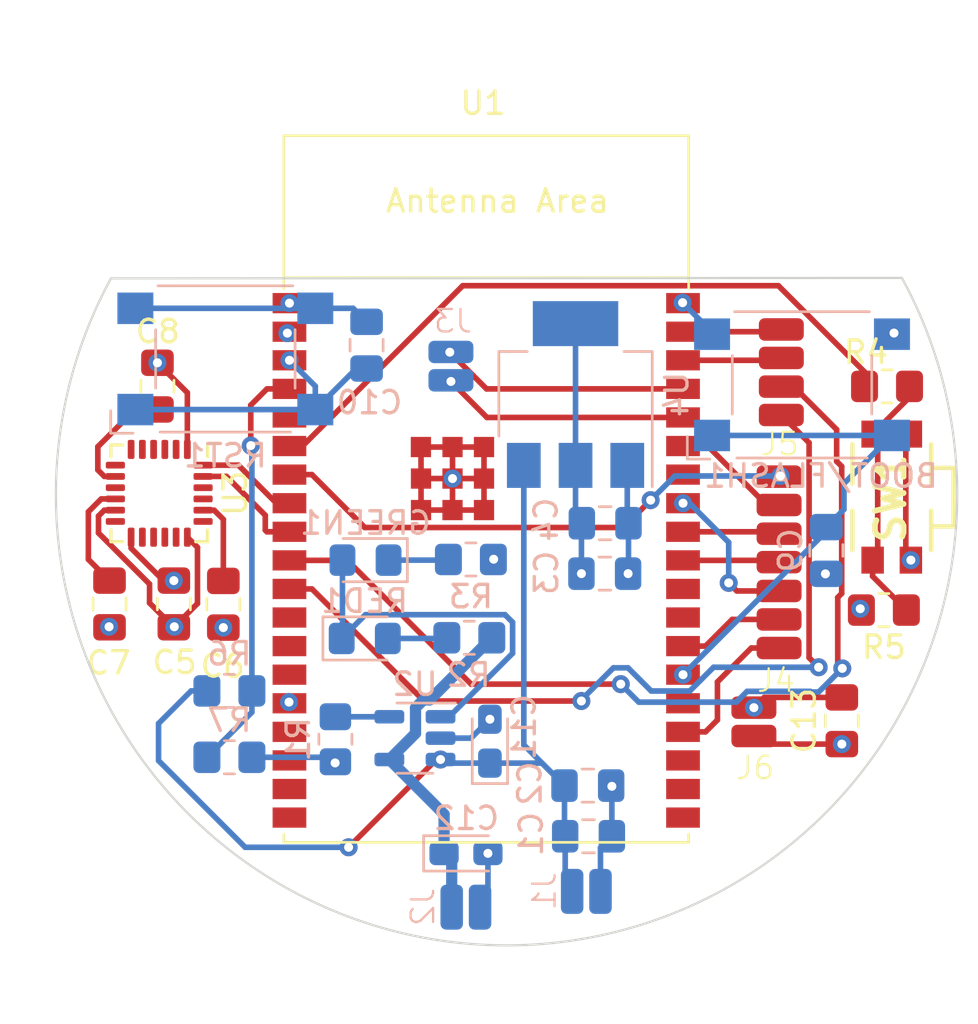
<source format=kicad_pcb>
(kicad_pcb (version 20221018) (generator pcbnew)
  (layers (0 "F.Cu" signal) (1 "In1.Cu" signal) (2 "In2.Cu" signal) (31 "B.Cu" signal) (34 "B.Paste" user) (35 "F.Paste" user) (36 "B.SilkS" user "B.Silkscreen") (37 "F.SilkS" user "F.Silkscreen") (38 "B.Mask" user) (39 "F.Mask" user) (44 "Edge.Cuts" user))
  (net 0 "")
  (net 1 "IO0")
  (net 2 "DC_GND")
  (net 3 "BAT_VDD")
  (net 4 "3V3")
  (net 5 "Net-(U3-CPOUT)")
  (net 6 "Net-(U3-REGOUT)")
  (net 7 "MPU_VLOGIC")
  (net 8 "EN")
  (net 9 "DC_5V_IN")
  (net 10 "Net-(GREEN1-K)")
  (net 11 "MCP_1")
  (net 12 "RX")
  (net 13 "TX")
  (net 14 "TOUCH_SCL")
  (net 15 "TOUCH_SDA")
  (net 16 "SCR_SCLK")
  (net 17 "SCR_MISO")
  (net 18 "SCR_MOSI")
  (net 19 "SCR_CS")
  (net 24 "SCR_DC")
  (net 25 "Net-(U2-PROG)")
  (net 26 "Net-(RED1-A)")
  (net 27 "BAT_MEASURE")
  (net 29 "BTN_INP")
  (net 30 "SCR_RST")
  (net 31 "MPU_SDA")
  (net 32 "MPU_SCL")
  (net 33 "TOUCH_RST")
  (net 34 "TOUCH_IRQ")
  (net 35 "SCR_BL")
  (net 41 "MPU_XDA")
  (net 42 "MPU_XCL")
  (net 43 "MPU_AD0")
  (net 44 "MPU_INT")
  (net 52 "Net-(R4-Pad1)")
  (footprint "Resistor_SMD:R_0805_2012Metric_Pad1.20x1.40mm_HandSolder" (layer "F.Cu") (at 62.44 37.67 180)
    (fp_text reference "R4" (at 0.94 1.52) (layer "F.SilkS"))
    (fp_text value "10KΩ")
    (pad "1" smd roundrect (at -1 0 180) (size 1.2 1.4) (layers "F.Cu" "F.Paste" "F.Mask") (roundrect_rratio 0.2083333333) (net 52 "Net-(R4-Pad1)"))
    (pad "2" smd roundrect (at 1 0 180) (size 1.2 1.4) (layers "F.Cu" "F.Paste" "F.Mask") (roundrect_rratio 0.2083333333) (net 29 "BTN_INP"))
  )
  (footprint "Connector_Wire_SMD:Wire_Pad_1x04" (layer "F.Cu") (at 57.74 37.04 90)
    (fp_text reference "J5" (at -3.19 -0.07 unlocked) (layer "F.SilkS") (effects (font (thickness 0.1))))
    (fp_text value "Touch")
    (pad "1" smd roundrect (at -1.9 0 90) (size 1 2) (layers "F.Cu" "F.Paste" "F.Mask") (net 33 "TOUCH_RST"))
    (pad "2" smd roundrect (at -0.64 0 90) (size 1 2) (layers "F.Cu" "F.Paste" "F.Mask") (net 34 "TOUCH_IRQ"))
    (pad "3" smd roundrect (at 0.635 0 90) (size 1 2) (layers "F.Cu" "F.Paste" "F.Mask") (net 14 "TOUCH_SCL"))
    (pad "4" smd roundrect (at 1.9 0 90) (size 1 2) (layers "F.Cu" "F.Paste" "F.Mask") (net 15 "TOUCH_SDA"))
  )
  (footprint "Capacitor_SMD:C_0805_2012Metric_Pad1.18x1.45mm_HandSolder" (layer "F.Cu") (at 60.43 52.5275 90)
    (fp_text reference "C13" (at 0 -1.68 90) (layer "F.SilkS"))
    (fp_text value "10nF")
    (pad "1" smd roundrect (at -1.0375 0 90) (size 1.175 1.45) (layers "F.Cu" "F.Paste" "F.Mask") (roundrect_rratio 0.2127659574) (net 2 "DC_GND"))
    (pad "2" smd roundrect (at 1.0375 0 90) (size 1.175 1.45) (layers "F.Cu" "F.Paste" "F.Mask") (roundrect_rratio 0.2127659574) (net 4 "3V3"))
  )
  (footprint "Sensor_Motion:InvenSense_QFN-24_4x4mm_P0.5mm" (layer "F.Cu") (at 30.08 42.42 -90)
    (fp_text reference "U3" (at 0 -3.375 90) (layer "F.SilkS"))
    (fp_text value "MPU-6050")
    (pad "1" smd roundrect (at -1.95 -1.25 270) (size 0.85 0.3) (layers "F.Cu" "F.Paste" "F.Mask") (net 2 "DC_GND"))
    (pad "2" smd roundrect (at -1.95 -0.75 270) (size 0.85 0.3) (layers "F.Cu" "F.Paste" "F.Mask"))
    (pad "3" smd roundrect (at -1.95 -0.25 270) (size 0.85 0.3) (layers "F.Cu" "F.Paste" "F.Mask"))
    (pad "4" smd roundrect (at -1.95 0.25 270) (size 0.85 0.3) (layers "F.Cu" "F.Paste" "F.Mask"))
    (pad "5" smd roundrect (at -1.95 0.75 270) (size 0.85 0.3) (layers "F.Cu" "F.Paste" "F.Mask"))
    (pad "6" smd roundrect (at -1.95 1.25 270) (size 0.85 0.3) (layers "F.Cu" "F.Paste" "F.Mask") (net 41 "MPU_XDA"))
    (pad "7" smd roundrect (at -1.25 1.95) (size 0.85 0.3) (layers "F.Cu" "F.Paste" "F.Mask") (net 42 "MPU_XCL"))
    (pad "8" smd roundrect (at -0.75 1.95) (size 0.85 0.3) (layers "F.Cu" "F.Paste" "F.Mask") (net 7 "MPU_VLOGIC"))
    (pad "9" smd roundrect (at -0.25 1.95) (size 0.85 0.3) (layers "F.Cu" "F.Paste" "F.Mask") (net 43 "MPU_AD0"))
    (pad "10" smd roundrect (at 0.25 1.95) (size 0.85 0.3) (layers "F.Cu" "F.Paste" "F.Mask") (net 6 "Net-(U3-REGOUT)"))
    (pad "11" smd roundrect (at 0.75 1.95) (size 0.85 0.3) (layers "F.Cu" "F.Paste" "F.Mask") (net 2 "DC_GND"))
    (pad "12" smd roundrect (at 1.25 1.95) (size 0.85 0.3) (layers "F.Cu" "F.Paste" "F.Mask") (net 44 "MPU_INT"))
    (pad "13" smd roundrect (at 1.95 1.25 270) (size 0.85 0.3) (layers "F.Cu" "F.Paste" "F.Mask") (net 4 "3V3"))
    (pad "14" smd roundrect (at 1.95 0.75 270) (size 0.85 0.3) (layers "F.Cu" "F.Paste" "F.Mask"))
    (pad "15" smd roundrect (at 1.95 0.25 270) (size 0.85 0.3) (layers "F.Cu" "F.Paste" "F.Mask"))
    (pad "16" smd roundrect (at 1.95 -0.25 270) (size 0.85 0.3) (layers "F.Cu" "F.Paste" "F.Mask"))
    (pad "17" smd roundrect (at 1.95 -0.75 270) (size 0.85 0.3) (layers "F.Cu" "F.Paste" "F.Mask"))
    (pad "18" smd roundrect (at 1.95 -1.25 270) (size 0.85 0.3) (layers "F.Cu" "F.Paste" "F.Mask") (net 2 "DC_GND"))
    (pad "19" smd roundrect (at 1.25 -1.95) (size 0.85 0.3) (layers "F.Cu" "F.Paste" "F.Mask"))
    (pad "20" smd roundrect (at 0.75 -1.95) (size 0.85 0.3) (layers "F.Cu" "F.Paste" "F.Mask") (net 5 "Net-(U3-CPOUT)"))
    (pad "21" smd roundrect (at 0.25 -1.95) (size 0.85 0.3) (layers "F.Cu" "F.Paste" "F.Mask"))
    (pad "22" smd roundrect (at -0.25 -1.95) (size 0.85 0.3) (layers "F.Cu" "F.Paste" "F.Mask"))
    (pad "23" smd roundrect (at -0.75 -1.95) (size 0.85 0.3) (layers "F.Cu" "F.Paste" "F.Mask") (net 32 "MPU_SCL"))
    (pad "24" smd roundrect (at -1.25 -1.95) (size 0.85 0.3) (layers "F.Cu" "F.Paste" "F.Mask") (net 31 "MPU_SDA"))
  )
  (footprint "Connector_Wire_SMD:Wire_Pad_1x02" (layer "F.Cu") (at 56.52 52.58 90)
    (fp_text reference "J6" (at -2.035 0.06 unlocked) (layer "F.SilkS") (effects (font (thickness 0.1))))
    (fp_text value "Power")
    (pad "1" smd roundrect (at -0.625 0 90) (size 1 2) (layers "F.Cu" "F.Paste" "F.Mask") (net 2 "DC_GND"))
    (pad "2" smd roundrect (at 0.635 0 90) (size 1 2) (layers "F.Cu" "F.Paste" "F.Mask") (net 4 "3V3"))
  )
  (footprint "Resistor_SMD:R_0805_2012Metric_Pad1.20x1.40mm_HandSolder" (layer "F.Cu") (at 62.3 47.61 180)
    (fp_text reference "R5" (at 0 -1.65) (layer "F.SilkS"))
    (fp_text value "10KΩ")
    (pad "1" smd roundrect (at -1 0 180) (size 1.2 1.4) (layers "F.Cu" "F.Paste" "F.Mask") (roundrect_rratio 0.2083333333) (net 52 "Net-(R4-Pad1)"))
    (pad "2" smd roundrect (at 1 0 180) (size 1.2 1.4) (layers "F.Cu" "F.Paste" "F.Mask") (roundrect_rratio 0.2083333333) (net 4 "3V3"))
  )
  (footprint "Capacitor_SMD:C_0805_2012Metric_Pad1.18x1.45mm_HandSolder" (layer "F.Cu") (at 32.93 47.35 -90)
    (fp_text reference "C6" (at 2.74 0.03) (layer "F.SilkS"))
    (fp_text value "2.2nF")
    (pad "1" smd roundrect (at -1.0375 0 270) (size 1.175 1.45) (layers "F.Cu" "F.Paste" "F.Mask") (roundrect_rratio 0.2127659574) (net 5 "Net-(U3-CPOUT)"))
    (pad "2" smd roundrect (at 1.0375 0 270) (size 1.175 1.45) (layers "F.Cu" "F.Paste" "F.Mask") (roundrect_rratio 0.2127659574) (net 2 "DC_GND"))
  )
  (footprint "Capacitor_SMD:C_0805_2012Metric_Pad1.18x1.45mm_HandSolder" (layer "F.Cu") (at 27.87 47.3375 -90)
    (fp_text reference "C7" (at 2.62 0.04 -180) (layer "F.SilkS"))
    (fp_text value "0.1uF")
    (pad "1" smd roundrect (at -1.0375 0 270) (size 1.175 1.45) (layers "F.Cu" "F.Paste" "F.Mask") (roundrect_rratio 0.2127659574) (net 6 "Net-(U3-REGOUT)"))
    (pad "2" smd roundrect (at 1.0375 0 270) (size 1.175 1.45) (layers "F.Cu" "F.Paste" "F.Mask") (roundrect_rratio 0.2127659574) (net 2 "DC_GND"))
  )
  (footprint "Espressif:ESP32-WROVER-E" (layer "F.Cu") (at 44.62 42.225)
    (fp_text reference "U1" (at -0.14 -17.145) (layer "F.SilkS"))
    (fp_text value "ESP32-WROVER-E")
    (fp_text user "Antenna Area" (at 0.5 -12.795 unlocked) (layer "F.SilkS"))
    (pad "1" smd rect (at -8.75 -8.255) (size 1.5 0.9) (layers "F.Cu" "F.Paste" "F.Mask") (net 2 "DC_GND"))
    (pad "2" smd rect (at -8.75 -6.985) (size 1.5 0.9) (layers "F.Cu" "F.Paste" "F.Mask") (net 4 "3V3"))
    (pad "3" smd rect (at -8.75 -5.715) (size 1.5 0.9) (layers "F.Cu" "F.Paste" "F.Mask") (net 8 "EN"))
    (pad "4" smd rect (at -8.75 -4.445) (size 1.5 0.9) (layers "F.Cu" "F.Paste" "F.Mask") (net 27 "BAT_MEASURE"))
    (pad "5" smd rect (at -8.75 -3.175) (size 1.5 0.9) (layers "F.Cu" "F.Paste" "F.Mask"))
    (pad "6" smd rect (at -8.75 -1.905) (size 1.5 0.9) (layers "F.Cu" "F.Paste" "F.Mask") (net 29 "BTN_INP"))
    (pad "7" smd rect (at -8.75 -0.635) (size 1.5 0.9) (layers "F.Cu" "F.Paste" "F.Mask") (net 17 "SCR_MISO"))
    (pad "8" smd rect (at -8.75 0.635) (size 1.5 0.9) (layers "F.Cu" "F.Paste" "F.Mask") (net 31 "MPU_SDA"))
    (pad "9" smd rect (at -8.75 1.905) (size 1.5 0.9) (layers "F.Cu" "F.Paste" "F.Mask") (net 32 "MPU_SCL"))
    (pad "10" smd rect (at -8.75 3.175) (size 1.5 0.9) (layers "F.Cu" "F.Paste" "F.Mask") (net 34 "TOUCH_IRQ"))
    (pad "11" smd rect (at -8.75 4.445) (size 1.5 0.9) (layers "F.Cu" "F.Paste" "F.Mask") (net 33 "TOUCH_RST"))
    (pad "12" smd rect (at -8.75 5.715) (size 1.5 0.9) (layers "F.Cu" "F.Paste" "F.Mask"))
    (pad "13" smd rect (at -8.75 6.985) (size 1.5 0.9) (layers "F.Cu" "F.Paste" "F.Mask"))
    (pad "14" smd rect (at -8.75 8.255) (size 1.5 0.9) (layers "F.Cu" "F.Paste" "F.Mask"))
    (pad "15" smd rect (at -8.75 9.525) (size 1.5 0.9) (layers "F.Cu" "F.Paste" "F.Mask") (net 2 "DC_GND"))
    (pad "16" smd rect (at -8.75 10.795) (size 1.5 0.9) (layers "F.Cu" "F.Paste" "F.Mask"))
    (pad "17" smd rect (at -8.75 12.065) (size 1.5 0.9) (layers "F.Cu" "F.Paste" "F.Mask"))
    (pad "18" smd rect (at -8.75 13.335) (size 1.5 0.9) (layers "F.Cu" "F.Paste" "F.Mask"))
    (pad "19" smd rect (at -8.75 14.605) (size 1.5 0.9) (layers "F.Cu" "F.Paste" "F.Mask"))
    (pad "20" smd rect (at 8.75 14.605) (size 1.5 0.9) (layers "F.Cu" "F.Paste" "F.Mask"))
    (pad "21" smd rect (at 8.75 13.335) (size 1.5 0.9) (layers "F.Cu" "F.Paste" "F.Mask"))
    (pad "22" smd rect (at 8.75 12.065) (size 1.5 0.9) (layers "F.Cu" "F.Paste" "F.Mask"))
    (pad "23" smd rect (at 8.75 10.795) (size 1.5 0.9) (layers "F.Cu" "F.Paste" "F.Mask") (net 35 "SCR_BL"))
    (pad "24" smd rect (at 8.75 9.525) (size 1.5 0.9) (layers "F.Cu" "F.Paste" "F.Mask"))
    (pad "25" smd rect (at 8.75 8.255) (size 1.5 0.9) (layers "F.Cu" "F.Paste" "F.Mask") (net 1 "IO0"))
    (pad "26" smd rect (at 8.75 6.985) (size 1.5 0.9) (layers "F.Cu" "F.Paste" "F.Mask") (net 30 "SCR_RST"))
    (pad "27" smd rect (at 8.75 5.715) (size 1.5 0.9) (layers "F.Cu" "F.Paste" "F.Mask"))
    (pad "28" smd rect (at 8.75 4.445) (size 1.5 0.9) (layers "F.Cu" "F.Paste" "F.Mask"))
    (pad "29" smd rect (at 8.75 3.175) (size 1.5 0.9) (layers "F.Cu" "F.Paste" "F.Mask") (net 19 "SCR_CS"))
    (pad "30" smd rect (at 8.75 1.905) (size 1.5 0.9) (layers "F.Cu" "F.Paste" "F.Mask") (net 16 "SCR_SCLK"))
    (pad "31" smd rect (at 8.75 0.635) (size 1.5 0.9) (layers "F.Cu" "F.Paste" "F.Mask") (net 24 "SCR_DC"))
    (pad "32" smd rect (at 8.75 -0.635) (size 1.5 0.9) (layers "F.Cu" "F.Paste" "F.Mask"))
    (pad "33" smd rect (at 8.75 -1.905) (size 1.5 0.9) (layers "F.Cu" "F.Paste" "F.Mask") (net 18 "SCR_MOSI"))
    (pad "34" smd rect (at 8.75 -3.175) (size 1.5 0.9) (layers "F.Cu" "F.Paste" "F.Mask") (net 12 "RX"))
    (pad "35" smd rect (at 8.75 -4.445) (size 1.5 0.9) (layers "F.Cu" "F.Paste" "F.Mask") (net 13 "TX"))
    (pad "36" smd rect (at 8.75 -5.715) (size 1.5 0.9) (layers "F.Cu" "F.Paste" "F.Mask") (net 14 "TOUCH_SCL"))
    (pad "37" smd rect (at 8.75 -6.985) (size 1.5 0.9) (layers "F.Cu" "F.Paste" "F.Mask") (net 15 "TOUCH_SDA"))
    (pad "38" smd rect (at 8.75 -8.255) (size 1.5 0.9) (layers "F.Cu" "F.Paste" "F.Mask") (net 2 "DC_GND"))
    (pad "39" smd rect (at -2.905 -1.86) (size 0.9 0.9) (layers "F.Cu" "F.Paste" "F.Mask") (net 2 "DC_GND"))
    (pad "39" smd rect (at -2.9 -0.46) (size 0.9 0.9) (layers "F.Cu" "F.Paste" "F.Mask") (net 2 "DC_GND"))
    (pad "39" smd rect (at -2.9 0.94) (size 0.9 0.9) (layers "F.Cu" "F.Paste" "F.Mask") (net 2 "DC_GND"))
    (pad "39" smd rect (at -1.5 -1.86) (size 0.9 0.9) (layers "F.Cu" "F.Paste" "F.Mask") (net 2 "DC_GND"))
    (pad "39" smd rect (at -1.5 -0.46) (size 0.9 0.9) (layers "F.Cu" "F.Paste" "F.Mask") (net 2 "DC_GND"))
    (pad "39" smd rect (at -1.5 0.94) (size 0.9 0.9) (layers "F.Cu" "F.Paste" "F.Mask") (net 2 "DC_GND"))
    (pad "39" smd rect (at -0.1 -1.86) (size 0.9 0.9) (layers "F.Cu" "F.Paste" "F.Mask") (net 2 "DC_GND"))
    (pad "39" smd rect (at -0.1 -0.46) (size 0.9 0.9) (layers "F.Cu" "F.Paste" "F.Mask") (net 2 "DC_GND"))
    (pad "39" smd rect (at -0.1 0.94) (size 0.9 0.9) (layers "F.Cu" "F.Paste" "F.Mask") (net 2 "DC_GND"))
  )
  (footprint "Capacitor_SMD:C_0805_2012Metric_Pad1.18x1.45mm_HandSolder" (layer "F.Cu") (at 30 37.6575 90)
    (fp_text reference "C8" (at 2.4275 0.01) (layer "F.SilkS"))
    (fp_text value "10nF")
    (pad "1" smd roundrect (at -1.0375 0 90) (size 1.175 1.45) (layers "F.Cu" "F.Paste" "F.Mask") (roundrect_rratio 0.2127659574) (net 7 "MPU_VLOGIC"))
    (pad "2" smd roundrect (at 1.0375 0 90) (size 1.175 1.45) (layers "F.Cu" "F.Paste" "F.Mask") (roundrect_rratio 0.2127659574) (net 2 "DC_GND"))
  )
  (footprint "Side_Button:Wurth_Elektronik_436331045822" (layer "F.Cu") (at 63.15 42.59 90)
    (fp_text reference "SW1" (at -0.06 -0.55 90) (layer "F.SilkS") (effects (font (size 1.27 1.27) (thickness 0.254))))
    (fp_text value "SW_Push" hide)
    (pad "" np_thru_hole circle (at 0 -1.875 90) (size 0.75 0.75) (drill 0.75) (layers "*.Cu" "*.Mask"))
    (pad "" np_thru_hole circle (at 0 0.875 90) (size 0.75 0.75) (drill 0.75) (layers "*.Cu" "*.Mask"))
    (pad "1" smd rect (at -2.8 -1.35 180) (size 1 1.2) (layers "F.Cu" "F.Paste" "F.Mask") (net 52 "Net-(R4-Pad1)"))
    (pad "1" smd rect (at 2.8 -1.35 180) (size 1 1.2) (layers "F.Cu" "F.Paste" "F.Mask") (net 52 "Net-(R4-Pad1)"))
    (pad "2" smd rect (at -2.8 0.35 180) (size 1 1.2) (layers "F.Cu" "F.Paste" "F.Mask") (net 2 "DC_GND"))
    (pad "2" smd rect (at 2.8 0.35 180) (size 1 1.2) (layers "F.Cu" "F.Paste" "F.Mask") (net 2 "DC_GND"))
  )
  (footprint "Connector_Wire_SMD:Wire_Pad_1x07" (layer "F.Cu") (at 57.64 45.49 -90)
    (fp_text reference "J4" (at 5.25 0.13 unlocked) (layer "F.SilkS") (effects (font (thickness 0.1))))
    (fp_text value "Screen")
    (pad "1" smd roundrect (at -3.81 0 270) (size 1 2) (layers "F.Cu" "F.Paste" "F.Mask") (net 17 "SCR_MISO"))
    (pad "2" smd roundrect (at -2.55 0 270) (size 1 2) (layers "F.Cu" "F.Paste" "F.Mask") (net 18 "SCR_MOSI"))
    (pad "3" smd roundrect (at -1.275 0 270) (size 1 2) (layers "F.Cu" "F.Paste" "F.Mask") (net 16 "SCR_SCLK"))
    (pad "4" smd roundrect (at -0.01 0 270) (size 1 2) (layers "F.Cu" "F.Paste" "F.Mask") (net 19 "SCR_CS"))
    (pad "5" smd roundrect (at 1.27 0 270) (size 1 2) (layers "F.Cu" "F.Paste" "F.Mask") (net 24 "SCR_DC"))
    (pad "6" smd roundrect (at 2.535 0 270) (size 1 2) (layers "F.Cu" "F.Paste" "F.Mask") (net 30 "SCR_RST"))
    (pad "7" smd roundrect (at 3.805 0 270) (size 1 2) (layers "F.Cu" "F.Paste" "F.Mask") (net 35 "SCR_BL"))
  )
  (footprint "Capacitor_SMD:C_0805_2012Metric_Pad1.18x1.45mm_HandSolder" (layer "F.Cu") (at 30.73 47.3375 -90)
    (fp_text reference "C5" (at 2.5925 -0.03 -180) (layer "F.SilkS"))
    (fp_text value "0.1uF")
    (pad "1" smd roundrect (at -1.0375 0 270) (size 1.175 1.45) (layers "F.Cu" "F.Paste" "F.Mask") (roundrect_rratio 0.2127659574) (net 4 "3V3"))
    (pad "2" smd roundrect (at 1.0375 0 270) (size 1.175 1.45) (layers "F.Cu" "F.Paste" "F.Mask") (roundrect_rratio 0.2127659574) (net 2 "DC_GND"))
  )
  (footprint "Package_TO_SOT_SMD:SOT-223-3_TabPin2" (layer "B.Cu") (at 48.59 38.03 90)
    (fp_text reference "U4" (at 0 4.5 90) (layer "B.SilkS") (effects (justify mirror)))
    (fp_text value "TLV1117-33")
    (pad "1" smd rect (at -3.15 2.3 90) (size 2 1.5) (layers "B.Cu" "B.Paste" "B.Mask") (net 2 "DC_GND"))
    (pad "2" smd rect (at -3.15 0 90) (size 2 1.5) (layers "B.Cu" "B.Paste" "B.Mask") (net 4 "3V3"))
    (pad "2" smd rect (at 3.15 0 90) (size 2 3.8) (layers "B.Cu" "B.Paste" "B.Mask") (net 4 "3V3"))
    (pad "3" smd rect (at -3.15 -2.3 90) (size 2 1.5) (layers "B.Cu" "B.Paste" "B.Mask") (net 3 "BAT_VDD"))
  )
  (footprint "Resistor_SMD:R_0805_2012Metric_Pad1.20x1.40mm_HandSolder" (layer "B.Cu") (at 37.9125 53.35 -90)
    (fp_text reference "R1" (at 0 1.65 90) (layer "B.SilkS") (effects (justify mirror)))
    (fp_text value "2.2KΩ")
    (pad "1" smd roundrect (at -1 0 270) (size 1.2 1.4) (layers "B.Cu" "B.Paste" "B.Mask") (roundrect_rratio 0.2083333333) (net 25 "Net-(U2-PROG)"))
    (pad "2" smd roundrect (at 1 0 270) (size 1.2 1.4) (layers "B.Cu" "B.Paste" "B.Mask") (roundrect_rratio 0.2083333333) (net 2 "DC_GND"))
  )
  (footprint "Resistor_SMD:R_0805_2012Metric_Pad1.20x1.40mm_HandSolder" (layer "B.Cu") (at 43.9375 45.36)
    (fp_text reference "R3" (at 0 1.65) (layer "B.SilkS") (effects (justify mirror)))
    (fp_text value "470Ω")
    (pad "1" smd roundrect (at -1 0) (size 1.2 1.4) (layers "B.Cu" "B.Paste" "B.Mask") (roundrect_rratio 0.2083333333) (net 10 "Net-(GREEN1-K)"))
    (pad "2" smd roundrect (at 1 0) (size 1.2 1.4) (layers "B.Cu" "B.Paste" "B.Mask") (roundrect_rratio 0.2083333333) (net 2 "DC_GND"))
  )
  (footprint "Package_TO_SOT_SMD:SOT-23-5" (layer "B.Cu") (at 41.45 53.3 180)
    (fp_text reference "U2" (at 0 2.4) (layer "B.SilkS") (effects (justify mirror)))
    (fp_text value "MCP73831-5-OT")
    (pad "1" smd roundrect (at -1.1375 0.95 180) (size 1.325 0.6) (layers "B.Cu" "B.Paste" "B.Mask") (net 11 "MCP_1"))
    (pad "2" smd roundrect (at -1.1375 0 180) (size 1.325 0.6) (layers "B.Cu" "B.Paste" "B.Mask") (net 2 "DC_GND"))
    (pad "3" smd roundrect (at -1.1375 -0.95 180) (size 1.325 0.6) (layers "B.Cu" "B.Paste" "B.Mask") (net 3 "BAT_VDD"))
    (pad "4" smd roundrect (at 1.1375 -0.95 180) (size 1.325 0.6) (layers "B.Cu" "B.Paste" "B.Mask") (net 9 "DC_5V_IN"))
    (pad "5" smd roundrect (at 1.1375 0.95 180) (size 1.325 0.6) (layers "B.Cu" "B.Paste" "B.Mask") (net 25 "Net-(U2-PROG)"))
  )
  (footprint "Button_Switch_SMD:SW_SPST_Omron_B3FS-100xP" (layer "B.Cu") (at 58.66 37.6)
    (fp_text reference "BOOT/FLASH1" (at 0.84 4.05) (layer "B.SilkS") (effects (justify mirror)))
    (fp_text value "BOOT/FLASH")
    (pad "1" smd rect (at -4 2.25 180) (size 1.6 1.4) (layers "B.Cu" "B.Paste" "B.Mask") (net 1 "IO0"))
    (pad "1" smd rect (at 4 2.25 180) (size 1.6 1.4) (layers "B.Cu" "B.Paste" "B.Mask") (net 1 "IO0"))
    (pad "2" smd rect (at -4 -2.25 180) (size 1.6 1.4) (layers "B.Cu" "B.Paste" "B.Mask") (net 2 "DC_GND"))
    (pad "2" smd rect (at 4 -2.25 180) (size 1.6 1.4) (layers "B.Cu" "B.Paste" "B.Mask") (net 2 "DC_GND"))
  )
  (footprint "Resistor_SMD:R_0805_2012Metric_Pad1.20x1.40mm_HandSolder" (layer "B.Cu") (at 33.2 51.2 180)
    (fp_text reference "R6" (at 0 1.65) (layer "B.SilkS") (effects (justify mirror)))
    (fp_text value "10KΩ")
    (pad "1" smd roundrect (at -1 0 180) (size 1.2 1.4) (layers "B.Cu" "B.Paste" "B.Mask") (roundrect_rratio 0.2083333333) (net 27 "BAT_MEASURE"))
    (pad "2" smd roundrect (at 1 0 180) (size 1.2 1.4) (layers "B.Cu" "B.Paste" "B.Mask") (roundrect_rratio 0.2083333333) (net 3 "BAT_VDD"))
  )
  (footprint "Capacitor_Tantalum_SMD:CP_EIA-2012-12_Kemet-R_Pad1.30x1.05mm_HandSolder" (layer "B.Cu") (at 44.7825 53.435 90)
    (fp_text reference "C11" (at 0.635 1.5175 90) (layer "B.SilkS") (effects (justify mirror)))
    (fp_text value "Polarized_10uF")
    (pad "1" smd roundrect (at -0.975 0 90) (size 1.3 1.05) (layers "B.Cu" "B.Paste" "B.Mask") (roundrect_rratio 0.2380952381) (net 3 "BAT_VDD"))
    (pad "2" smd roundrect (at 0.975 0 90) (size 1.3 1.05) (layers "B.Cu" "B.Paste" "B.Mask") (roundrect_rratio 0.2380952381) (net 2 "DC_GND"))
  )
  (footprint "Capacitor_SMD:C_0805_2012Metric_Pad1.18x1.45mm_HandSolder" (layer "B.Cu") (at 49.1675 57.66 180)
    (fp_text reference "C1" (at 2.55 0.1 90) (layer "B.SilkS") (effects (justify mirror)))
    (fp_text value "10nF")
    (pad "1" smd roundrect (at -1.0375 0 180) (size 1.175 1.45) (layers "B.Cu" "B.Paste" "B.Mask") (roundrect_rratio 0.2127659574) (net 2 "DC_GND"))
    (pad "2" smd roundrect (at 1.0375 0 180) (size 1.175 1.45) (layers "B.Cu" "B.Paste" "B.Mask") (roundrect_rratio 0.2127659574) (net 3 "BAT_VDD"))
  )
  (footprint "Resistor_SMD:R_0805_2012Metric_Pad1.20x1.40mm_HandSolder" (layer "B.Cu") (at 33.2 54.15 180)
    (fp_text reference "R7" (at 0 1.65) (layer "B.SilkS") (effects (justify mirror)))
    (fp_text value "10KΩ")
    (pad "1" smd roundrect (at -1 0 180) (size 1.2 1.4) (layers "B.Cu" "B.Paste" "B.Mask") (roundrect_rratio 0.2083333333) (net 2 "DC_GND"))
    (pad "2" smd roundrect (at 1 0 180) (size 1.2 1.4) (layers "B.Cu" "B.Paste" "B.Mask") (roundrect_rratio 0.2083333333) (net 27 "BAT_MEASURE"))
  )
  (footprint "Connector_Wire_SMD:Wire_Pad_1x02" (layer "B.Cu") (at 43.05 36.775 90)
    (fp_text reference "J3" (at 2.005 0.09 unlocked) (layer "B.SilkS") (effects (font (thickness 0.1)) (justify mirror)))
    (fp_text value "PROG_INT")
    (pad "1" smd roundrect (at -0.625 0 90) (size 1 2) (layers "B.Cu" "B.Paste" "B.Mask") (net 12 "RX"))
    (pad "2" smd roundrect (at 0.635 0 90) (size 1 2) (layers "B.Cu" "B.Paste" "B.Mask") (net 13 "TX"))
  )
  (footprint "Capacitor_SMD:C_0805_2012Metric_Pad1.18x1.45mm_HandSolder" (layer "B.Cu") (at 39.3 35.8375 -90)
    (fp_text reference "C10" (at 2.55 -0.13) (layer "B.SilkS") (effects (justify mirror)))
    (fp_text value "100nF")
    (pad "1" smd roundrect (at -1.0375 0 270) (size 1.175 1.45) (layers "B.Cu" "B.Paste" "B.Mask") (roundrect_rratio 0.2127659574) (net 2 "DC_GND"))
    (pad "2" smd roundrect (at 1.0375 0 270) (size 1.175 1.45) (layers "B.Cu" "B.Paste" "B.Mask") (roundrect_rratio 0.2127659574) (net 8 "EN"))
  )
  (footprint "Capacitor_SMD:C_0805_2012Metric_Pad1.18x1.45mm_HandSolder" (layer "B.Cu") (at 49.89 45.99 180)
    (fp_text reference "C3" (at 2.59 0.04 90) (layer "B.SilkS") (effects (justify mirror)))
    (fp_text value "100nF")
    (pad "1" smd roundrect (at -1.0375 0 180) (size 1.175 1.45) (layers "B.Cu" "B.Paste" "B.Mask") (roundrect_rratio 0.2127659574) (net 2 "DC_GND"))
    (pad "2" smd roundrect (at 1.0375 0 180) (size 1.175 1.45) (layers "B.Cu" "B.Paste" "B.Mask") (roundrect_rratio 0.2127659574) (net 4 "3V3"))
  )
  (footprint "LED_SMD:LED_0805_2012Metric_Pad1.15x1.40mm_HandSolder" (layer "B.Cu") (at 39.2525 45.39 180)
    (fp_text reference "GREEN1" (at 0 1.65) (layer "B.SilkS") (effects (justify mirror)))
    (fp_text value "CHARGED")
    (pad "1" smd roundrect (at -1.025 0 180) (size 1.15 1.4) (layers "B.Cu" "B.Paste" "B.Mask") (roundrect_rratio 0.2173913043) (net 10 "Net-(GREEN1-K)"))
    (pad "2" smd roundrect (at 1.025 0 180) (size 1.15 1.4) (layers "B.Cu" "B.Paste" "B.Mask") (roundrect_rratio 0.2173913043) (net 11 "MCP_1"))
  )
  (footprint "Button_Switch_SMD:SW_SPST_Omron_B3FS-100xP" (layer "B.Cu") (at 33.02 36.45)
    (fp_text reference "RST1" (at 0 4.3) (layer "B.SilkS") (effects (justify mirror)))
    (fp_text value "RST")
    (pad "1" smd rect (at -4 2.25 180) (size 1.6 1.4) (layers "B.Cu" "B.Paste" "B.Mask") (net 8 "EN"))
    (pad "1" smd rect (at 4 2.25 180) (size 1.6 1.4) (layers "B.Cu" "B.Paste" "B.Mask") (net 8 "EN"))
    (pad "2" smd rect (at -4 -2.25 180) (size 1.6 1.4) (layers "B.Cu" "B.Paste" "B.Mask") (net 2 "DC_GND"))
    (pad "2" smd rect (at 4 -2.25 180) (size 1.6 1.4) (layers "B.Cu" "B.Paste" "B.Mask") (net 2 "DC_GND"))
  )
  (footprint "Capacitor_SMD:C_0805_2012Metric_Pad1.18x1.45mm_HandSolder" (layer "B.Cu") (at 49.9075 43.75 180)
    (fp_text reference "C4" (at 2.63 0.16 90) (layer "B.SilkS") (effects (justify mirror)))
    (fp_text value "10nF")
    (pad "1" smd roundrect (at -1.0375 0 180) (size 1.175 1.45) (layers "B.Cu" "B.Paste" "B.Mask") (roundrect_rratio 0.2127659574) (net 2 "DC_GND"))
    (pad "2" smd roundrect (at 1.0375 0 180) (size 1.175 1.45) (layers "B.Cu" "B.Paste" "B.Mask") (roundrect_rratio 0.2127659574) (net 4 "3V3"))
  )
  (footprint "Resistor_SMD:R_0805_2012Metric_Pad1.20x1.40mm_HandSolder" (layer "B.Cu") (at 43.8675 48.84 180)
    (fp_text reference "R2" (at 0.0375 -1.65) (layer "B.SilkS") (effects (justify mirror)))
    (fp_text value "470Ω")
    (pad "1" smd roundrect (at -1 0 180) (size 1.2 1.4) (layers "B.Cu" "B.Paste" "B.Mask") (roundrect_rratio 0.2083333333) (net 9 "DC_5V_IN"))
    (pad "2" smd roundrect (at 1 0 180) (size 1.2 1.4) (layers "B.Cu" "B.Paste" "B.Mask") (roundrect_rratio 0.2083333333) (net 26 "Net-(RED1-A)"))
  )
  (footprint "LED_SMD:LED_0805_2012Metric_Pad1.15x1.40mm_HandSolder" (layer "B.Cu") (at 39.2175 48.87)
    (fp_text reference "RED1" (at -0.0075 -1.66) (layer "B.SilkS") (effects (justify mirror)))
    (fp_text value "CHARGING")
    (pad "1" smd roundrect (at -1.025 0) (size 1.15 1.4) (layers "B.Cu" "B.Paste" "B.Mask") (roundrect_rratio 0.2173913043) (net 11 "MCP_1"))
    (pad "2" smd roundrect (at 1.025 0) (size 1.15 1.4) (layers "B.Cu" "B.Paste" "B.Mask") (roundrect_rratio 0.2173913043) (net 26 "Net-(RED1-A)"))
  )
  (footprint "Capacitor_SMD:C_0805_2012Metric_Pad1.18x1.45mm_HandSolder" (layer "B.Cu") (at 49.1375 55.41 180)
    (fp_text reference "C2" (at 2.58 0.1 90) (layer "B.SilkS") (effects (justify mirror)))
    (fp_text value "100nF")
    (pad "1" smd roundrect (at -1.0375 0 180) (size 1.175 1.45) (layers "B.Cu" "B.Paste" "B.Mask") (roundrect_rratio 0.2127659574) (net 2 "DC_GND"))
    (pad "2" smd roundrect (at 1.0375 0 180) (size 1.175 1.45) (layers "B.Cu" "B.Paste" "B.Mask") (roundrect_rratio 0.2127659574) (net 3 "BAT_VDD"))
  )
  (footprint "Capacitor_SMD:C_0805_2012Metric_Pad1.18x1.45mm_HandSolder" (layer "B.Cu") (at 59.74 44.96 90)
    (fp_text reference "C9" (at 0.01 -1.59 270) (layer "B.SilkS") (effects (justify mirror)))
    (fp_text value "100nF")
    (pad "1" smd roundrect (at -1.0375 0 90) (size 1.175 1.45) (layers "B.Cu" "B.Paste" "B.Mask") (roundrect_rratio 0.2127659574) (net 2 "DC_GND"))
    (pad "2" smd roundrect (at 1.0375 0 90) (size 1.175 1.45) (layers "B.Cu" "B.Paste" "B.Mask") (roundrect_rratio 0.2127659574) (net 1 "IO0"))
  )
  (footprint "Capacitor_Tantalum_SMD:CP_EIA-2012-12_Kemet-R_Pad1.30x1.05mm_HandSolder" (layer "B.Cu") (at 43.72 58.42)
    (fp_text reference "C12" (at 0.015 -1.56) (layer "B.SilkS") (effects (justify mirror)))
    (fp_text value "Polarized_10uF")
    (pad "1" smd roundrect (at -0.975 0) (size 1.3 1.05) (layers "B.Cu" "B.Paste" "B.Mask") (roundrect_rratio 0.2380952381) (net 9 "DC_5V_IN"))
    (pad "2" smd roundrect (at 0.975 0) (size 1.3 1.05) (layers "B.Cu" "B.Paste" "B.Mask") (roundrect_rratio 0.2380952381) (net 2 "DC_GND"))
  )
  (footprint "Connector_Wire_SMD:Wire_Pad_1x02" (layer "B.Cu") (at 49.075 60.11 180)
    (fp_text reference "J1" (at 1.875 0.01 90 unlocked) (layer "B.SilkS") (effects (font (thickness 0.1)) (justify mirror)))
    (fp_text value "BAT_CON")
    (pad "1" smd roundrect (at -0.625 0 180) (size 1 2) (layers "B.Cu" "B.Paste" "B.Mask") (net 2 "DC_GND"))
    (pad "2" smd roundrect (at 0.635 0 180) (size 1 2) (layers "B.Cu" "B.Paste" "B.Mask") (net 3 "BAT_VDD"))
  )
  (footprint "Connector_Wire_SMD:Wire_Pad_1x02" (layer "B.Cu") (at 43.72 60.81 180)
    (fp_text reference "J2" (at 1.92 0.01 90 unlocked) (layer "B.SilkS") (effects (font (thickness 0.1)) (justify mirror)))
    (fp_text value "DC_CON")
    (pad "1" smd roundrect (at -0.625 0 180) (size 1 2) (layers "B.Cu" "B.Paste" "B.Mask") (net 2 "DC_GND"))
    (pad "2" smd roundrect (at 0.635 0 180) (size 1 2) (layers "B.Cu" "B.Paste" "B.Mask") (net 9 "DC_5V_IN"))
  )
  (gr_arc (start 63.1 32.85) (mid 45.533816 62.507466) (end 27.935217 32.869223) (stroke (width 0.1)) (layer "Edge.Cuts"))
  (gr_line (start 27.935217 32.869223) (end 63.1 32.85) (stroke (width 0.1)) (layer "Edge.Cuts"))
  (via (at 53.37 50.48) (size 0.8) (drill 0.4) (layers "F.Cu" "B.Cu") (net 1))
  (segment (start 62.66 39.85) (end 54.66 39.85) (width 0.25) (layer "B.Cu") (net 1))
  (segment (start 60.525 43.1375) (end 59.74 43.9225) (width 0.25) (layer "B.Cu") (net 1))
  (segment (start 60.525 41.985) (end 60.525 43.1375) (width 0.25) (layer "B.Cu") (net 1))
  (segment (start 59.74 43.9225) (end 59.74 44.11) (width 0.25) (layer "B.Cu") (net 1))
  (segment (start 59.74 44.11) (end 53.37 50.48) (width 0.25) (layer "B.Cu") (net 1))
  (segment (start 62.66 39.85) (end 60.525 41.985) (width 0.25) (layer "B.Cu") (net 1))
  (segment (start 35.87 51.72) (end 35.85 51.7) (width 0.25) (layer "F.Cu") (net 2))
  (segment (start 44.52 41.765) (end 43.12 41.765) (width 0.25) (layer "F.Cu") (net 2))
  (segment (start 31.33 40.47) (end 31.33 37.95) (width 0.25) (layer "F.Cu") (net 2))
  (segment (start 27.639315 43.17) (end 27.38 43.429315) (width 0.25) (layer "F.Cu") (net 2))
  (segment (start 31.33 44.37) (end 31.78 44.82) (width 0.25) (layer "F.Cu") (net 2))
  (segment (start 30.73 48.37) (end 30.75 48.35) (width 0.25) (layer "F.Cu") (net 2))
  (segment (start 53.37 33.97) (end 53.35 33.95) (width 0.25) (layer "F.Cu") (net 2))
  (segment (start 35.87 51.75) (end 35.87 51.72) (width 0.25) (layer "F.Cu") (net 2))
  (segment (start 44.52 43.165) (end 44.52 41.765) (width 0.25) (layer "F.Cu") (net 2))
  (segment (start 31.78 47.32) (end 30.75 48.35) (width 0.25) (layer "F.Cu") (net 2))
  (segment (start 63.275 45.165) (end 63.5 45.39) (width 0.25) (layer "F.Cu") (net 2))
  (segment (start 31.33 37.95) (end 30 36.62) (width 0.25) (layer "F.Cu") (net 2))
  (segment (start 29.65 47.295) (end 30.73 48.375) (width 0.25) (layer "F.Cu") (net 2))
  (segment (start 41.715 40.365) (end 43.12 40.365) (width 0.25) (layer "F.Cu") (net 2))
  (segment (start 41.72 41.765) (end 41.72 40.37) (width 0.25) (layer "F.Cu") (net 2))
  (segment (start 43.12 43.165) (end 44.52 43.165) (width 0.25) (layer "F.Cu") (net 2))
  (segment (start 28.13 43.17) (end 27.639315 43.17) (width 0.25) (layer "F.Cu") (net 2))
  (segment (start 27.38 44.184327) (end 29.65 46.454327) (width 0.25) (layer "F.Cu") (net 2))
  (segment (start 60.43 53.565) (end 56.88 53.565) (width 0.25) (layer "F.Cu") (net 2))
  (segment (start 27.87 48.37) (end 27.85 48.35) (width 0.25) (layer "F.Cu") (net 2))
  (segment (start 41.72 40.37) (end 41.715 40.365) (width 0.25) (layer "F.Cu") (net 2))
  (segment (start 41.72 41.765) (end 41.72 43.165) (width 0.25) (layer "F.Cu") (net 2))
  (segment (start 41.72 43.165) (end 43.12 43.165) (width 0.25) (layer "F.Cu") (net 2))
  (segment (start 43.12 43.165) (end 43.12 41.765) (width 0.25) (layer "F.Cu") (net 2))
  (segment (start 63.5 39.79) (end 63.275 40.015) (width 0.25) (layer "F.Cu") (net 2))
  (segment (start 56.88 53.565) (end 56.52 53.205) (width 0.25) (layer "F.Cu") (net 2))
  (segment (start 44.52 40.365) (end 44.52 41.765) (width 0.25) (layer "F.Cu") (net 2))
  (segment (start 43.12 41.765) (end 43.12 40.365) (width 0.25) (layer "F.Cu") (net 2))
  (segment (start 31.78 44.82) (end 31.78 47.32) (width 0.25) (layer "F.Cu") (net 2))
  (segment (start 43.12 40.365) (end 44.52 40.365) (width 0.25) (layer "F.Cu") (net 2))
  (segment (start 27.87 48.375) (end 27.87 48.37) (width 0.25) (layer "F.Cu") (net 2))
  (segment (start 43.12 41.765) (end 41.72 41.765) (width 0.25) (layer "F.Cu") (net 2))
  (segment (start 30.73 48.375) (end 30.73 48.37) (width 0.25) (layer "F.Cu") (net 2))
  (segment (start 27.38 43.429315) (end 27.38 44.184327) (width 0.25) (layer "F.Cu") (net 2))
  (segment (start 63.275 40.015) (end 63.275 45.165) (width 0.25) (layer "F.Cu") (net 2))
  (segment (start 29.65 46.454327) (end 29.65 47.295) (width 0.25) (layer "F.Cu") (net 2))
  (via (at 50.9275 45.99) (size 0.8) (drill 0.4) (layers "F.Cu" "B.Cu") (net 2))
  (via (at 44.7825 52.46) (size 0.8) (drill 0.4) (layers "F.Cu" "B.Cu") (net 2))
  (via (at 60.43 53.565) (size 0.8) (drill 0.4) (layers "F.Cu" "B.Cu") (net 2))
  (via (at 50.205 55.44) (size 0.8) (drill 0.4) (layers "F.Cu" "B.Cu") (net 2))
  (via (at 30.75 48.35) (size 0.8) (drill 0.4) (layers "F.Cu" "B.Cu") (net 2))
  (via (at 30 36.62) (size 0.8) (drill 0.4) (layers "F.Cu" "B.Cu") (net 2))
  (via (at 44.95 45.35) (size 0.8) (drill 0.4) (layers "F.Cu" "B.Cu") (net 2))
  (via (at 32.93 48.3875) (size 0.8) (drill 0.4) (layers "F.Cu" "B.Cu") (net 2))
  (via (at 37.9 54.4) (size 0.8) (drill 0.4) (layers "F.Cu" "B.Cu") (net 2))
  (via (at 59.7 46) (size 0.8) (drill 0.4) (layers "F.Cu" "B.Cu") (net 2))
  (via (at 62.75 35.3) (size 0.8) (drill 0.4) (layers "F.Cu" "B.Cu") (net 2))
  (via (at 53.35 33.95) (size 0.8) (drill 0.4) (layers "F.Cu" "B.Cu") (net 2))
  (via (at 27.85 48.35) (size 0.8) (drill 0.4) (layers "F.Cu" "B.Cu") (net 2))
  (via (at 44.695 58.42) (size 0.8) (drill 0.4) (layers "F.Cu" "B.Cu") (net 2))
  (via (at 35.87 33.97) (size 0.8) (drill 0.4) (layers "F.Cu" "B.Cu") (net 2))
  (via (at 63.5 45.39) (size 0.8) (drill 0.4) (layers "F.Cu" "B.Cu") (net 2))
  (via (at 35.85 51.7) (size 0.8) (drill 0.4) (layers "F.Cu" "B.Cu") (net 2))
  (via (at 43.12 41.765) (size 0.8) (drill 0.4) (layers "F.Cu" "B.Cu") (net 2))
  (segment (start 54.66 35.26) (end 53.35 33.95) (width 0.25) (layer "B.Cu") (net 2))
  (segment (start 50.175 55.41) (end 50.205 55.44) (width 0.25) (layer "B.Cu") (net 2))
  (segment (start 50.205 57.66) (end 50.205 55.44) (width 0.25) (layer "B.Cu") (net 2))
  (segment (start 50.945 45.9725) (end 50.9275 45.99) (width 0.25) (layer "B.Cu") (net 2))
  (segment (start 34.2 54.15) (end 37.65 54.15) (width 0.25) (layer "B.Cu") (net 2))
  (segment (start 37.9125 54.3875) (end 37.9 54.4) (width 0.25) (layer "B.Cu") (net 2))
  (segment (start 50.89 41.18) (end 50.89 43.695) (width 0.25) (layer "B.Cu") (net 2))
  (segment (start 59.7025 45.9975) (end 59.7 46) (width 0.25) (layer "B.Cu") (net 2))
  (segment (start 37.02 34.2) (end 29.02 34.2) (width 0.25) (layer "B.Cu") (net 2))
  (segment (start 44.695 58.42) (end 44.695 60.46) (width 0.25) (layer "B.Cu") (net 2))
  (segment (start 44.94 45.36) (end 44.95 45.35) (width 0.25) (layer "B.Cu") (net 2))
  (segment (start 44.7825 52.46) (end 43.9425 53.3) (width 0.25) (layer "B.Cu") (net 2))
  (segment (start 39.3 34.8) (end 38.7 34.2) (width 0.25) (layer "B.Cu") (net 2))
  (segment (start 37.9125 54.35) (end 37.9125 54.3875) (width 0.25) (layer "B.Cu") (net 2))
  (segment (start 44.695 60.46) (end 44.345 60.81) (width 0.25) (layer "B.Cu") (net 2))
  (segment (start 37.65 54.15) (end 37.9 54.4) (width 0.25) (layer "B.Cu") (net 2))
  (segment (start 43.9425 53.3) (end 42.5875 53.3) (width 0.25) (layer "B.Cu") (net 2))
  (segment (start 50.89 43.695) (end 50.945 43.75) (width 0.25) (layer "B.Cu") (net 2))
  (segment (start 36.1 34.2) (end 35.87 33.97) (width 0.25) (layer "B.Cu") (net 2))
  (segment (start 49.7 60.11) (end 49.7 58.165) (width 0.25) (layer "B.Cu") (net 2))
  (segment (start 49.7 58.165) (end 50.205 57.66) (width 0.25) (layer "B.Cu") (net 2))
  (segment (start 54.66 35.35) (end 54.66 35.26) (width 0.25) (layer "B.Cu") (net 2))
  (segment (start 38.7 34.2) (end 37.02 34.2) (width 0.25) (layer "B.Cu") (net 2))
  (segment (start 44.9375 45.36) (end 44.94 45.36) (width 0.25) (layer "B.Cu") (net 2))
  (segment (start 37.02 34.2) (end 36.1 34.2) (width 0.25) (layer "B.Cu") (net 2))
  (segment (start 62.7 35.35) (end 62.75 35.3) (width 0.25) (layer "B.Cu") (net 2))
  (segment (start 50.945 43.75) (end 50.945 45.9725) (width 0.25) (layer "B.Cu") (net 2))
  (segment (start 59.74 45.9975) (end 59.7025 45.9975) (width 0.25) (layer "B.Cu") (net 2))
  (segment (start 62.66 35.35) (end 62.7 35.35) (width 0.25) (layer "B.Cu") (net 2))
  (segment (start 42.4 54.25) (end 42.5875 54.25) (width 0.25) (layer "F.Cu") (net 3))
  (segment (start 38.5 58.15) (end 42.4 54.25) (width 0.25) (layer "F.Cu") (net 3))
  (via (at 38.5 58.15) (size 0.8) (drill 0.4) (layers "F.Cu" "B.Cu") (net 3))
  (via (at 42.5875 54.25) (size 0.8) (drill 0.4) (layers "F.Cu" "B.Cu") (net 3))
  (segment (start 48.13 57.66) (end 48.13 59.8) (width 0.25) (layer "B.Cu") (net 3))
  (segment (start 46.29 53.6) (end 48.1 55.41) (width 0.25) (layer "B.Cu") (net 3))
  (segment (start 48.1 57.63) (end 48.13 57.66) (width 0.25) (layer "B.Cu") (net 3))
  (segment (start 46.29 41.18) (end 46.29 53.6) (width 0.25) (layer "B.Cu") (net 3))
  (segment (start 30.05 52.65) (end 30.05 54.3) (width 0.25) (layer "B.Cu") (net 3))
  (segment (start 48.13 59.8) (end 48.44 60.11) (width 0.25) (layer "B.Cu") (net 3))
  (segment (start 30.05 54.3) (end 33.9 58.15) (width 0.25) (layer "B.Cu") (net 3))
  (segment (start 44.7825 54.41) (end 42.7475 54.41) (width 0.25) (layer "B.Cu") (net 3))
  (segment (start 48.1 55.41) (end 48.1 57.63) (width 0.25) (layer "B.Cu") (net 3))
  (segment (start 44.7825 54.41) (end 47.1 54.41) (width 0.25) (layer "B.Cu") (net 3))
  (segment (start 42.7475 54.41) (end 42.5875 54.25) (width 0.25) (layer "B.Cu") (net 3))
  (segment (start 47.1 54.41) (end 48.1 55.41) (width 0.25) (layer "B.Cu") (net 3))
  (segment (start 32.2 51.2) (end 31.5 51.2) (width 0.25) (layer "B.Cu") (net 3))
  (segment (start 33.9 58.15) (end 38.5 58.15) (width 0.25) (layer "B.Cu") (net 3))
  (segment (start 31.5 51.2) (end 30.05 52.65) (width 0.25) (layer "B.Cu") (net 3))
  (segment (start 35.87 35.24) (end 35.839673 35.24) (width 0.25) (layer "F.Cu") (net 4))
  (segment (start 30.269315 46.3) (end 28.83 44.860685) (width 0.25) (layer "F.Cu") (net 4))
  (segment (start 61.3 47.61) (end 61.3 47.6) (width 0.25) (layer "F.Cu") (net 4))
  (segment (start 30.73 46.3) (end 30.269315 46.3) (width 0.25) (layer "F.Cu") (net 4))
  (segment (start 56.975 51.49) (end 56.52 51.945) (width 0.25) (layer "F.Cu") (net 4))
  (segment (start 35.839673 35.24) (end 35.776405 35.303268) (width 0.25) (layer "F.Cu") (net 4))
  (segment (start 61.3 47.6) (end 61.25 47.55) (width 0.25) (layer "F.Cu") (net 4))
  (segment (start 28.83 44.860685) (end 28.83 44.37) (width 0.25) (layer "F.Cu") (net 4))
  (segment (start 60.43 51.49) (end 56.975 51.49) (width 0.25) (layer "F.Cu") (net 4))
  (via (at 56.52 51.945) (size 0.8) (drill 0.4) (layers "F.Cu" "B.Cu") (net 4))
  (via (at 61.25 47.55) (size 0.8) (drill 0.4) (layers "F.Cu" "B.Cu") (net 4))
  (via (at 30.73 46.3) (size 0.8) (drill 0.4) (layers "F.Cu" "B.Cu") (net 4))
  (via (at 35.776405 35.303268) (size 0.8) (drill 0.4) (layers "F.Cu" "B.Cu") (net 4))
  (via (at 48.8525 45.99) (size 0.8) (drill 0.4) (layers "F.Cu" "B.Cu") (net 4))
  (segment (start 48.59 41.18) (end 48.59 34.88) (width 0.25) (layer "B.Cu") (net 4))
  (segment (start 48.59 41.18) (end 48.59 43.47) (width 0.25) (layer "B.Cu") (net 4))
  (segment (start 48.59 43.47) (end 48.87 43.75) (width 0.25) (layer "B.Cu") (net 4))
  (segment (start 48.8525 43.7675) (end 48.87 43.75) (width 0.25) (layer "B.Cu") (net 4))
  (segment (start 48.8525 45.99) (end 48.8525 43.7675) (width 0.25) (layer "B.Cu") (net 4))
  (segment (start 32.520685 43.17) (end 32.93 43.579315) (width 0.25) (layer "F.Cu") (net 5))
  (segment (start 32.03 43.17) (end 32.520685 43.17) (width 0.25) (layer "F.Cu") (net 5))
  (segment (start 32.93 43.579315) (end 32.93 46.3125) (width 0.25) (layer "F.Cu") (net 5))
  (segment (start 28.13 42.67) (end 27.502919 42.67) (width 0.25) (layer "F.Cu") (net 6))
  (segment (start 26.93 43.242919) (end 26.93 45.36) (width 0.25) (layer "F.Cu") (net 6))
  (segment (start 27.502919 42.67) (end 26.93 43.242919) (width 0.25) (layer "F.Cu") (net 6))
  (segment (start 26.93 45.36) (end 27.87 46.3) (width 0.25) (layer "F.Cu") (net 6))
  (segment (start 28.13 41.67) (end 27.639315 41.67) (width 0.25) (layer "F.Cu") (net 7))
  (segment (start 27.35 40.35) (end 29.005 38.695) (width 0.25) (layer "F.Cu") (net 7))
  (segment (start 27.639315 41.67) (end 27.35 41.380685) (width 0.25) (layer "F.Cu") (net 7))
  (segment (start 27.35 41.380685) (end 27.35 40.35) (width 0.25) (layer "F.Cu") (net 7))
  (segment (start 29.005 38.695) (end 30 38.695) (width 0.25) (layer "F.Cu") (net 7))
  (via (at 35.87 36.51) (size 0.8) (drill 0.4) (layers "F.Cu" "B.Cu") (net 8))
  (segment (start 39.3 36.875) (end 38.845 36.875) (width 0.25) (layer "B.Cu") (net 8))
  (segment (start 29.02 38.7) (end 37.02 38.7) (width 0.25) (layer "B.Cu") (net 8))
  (segment (start 37.02 38.7) (end 37.02 37.66) (width 0.25) (layer "B.Cu") (net 8))
  (segment (start 37.02 37.66) (end 35.87 36.51) (width 0.25) (layer "B.Cu") (net 8))
  (segment (start 38.845 36.875) (end 37.02 38.7) (width 0.25) (layer "B.Cu") (net 8))
  (segment (start 41.475 51.951472) (end 41.826472 51.6) (width 0.5) (layer "B.Cu") (net 9))
  (segment (start 41.826472 51.6) (end 42.1075 51.6) (width 0.5) (layer "B.Cu") (net 9))
  (segment (start 41.475 53.0875) (end 41.475 51.951472) (width 0.5) (layer "B.Cu") (net 9))
  (segment (start 43.085 58.76) (end 42.745 58.42) (width 0.5) (layer "B.Cu") (net 9))
  (segment (start 40.3125 54.25) (end 41.475 53.0875) (width 0.5) (layer "B.Cu") (net 9))
  (segment (start 42.745 56.6825) (end 40.3125 54.25) (width 0.5) (layer "B.Cu") (net 9))
  (segment (start 43.085 60.81) (end 43.085 58.76) (width 0.5) (layer "B.Cu") (net 9))
  (segment (start 42.1075 51.6) (end 44.8675 48.84) (width 0.5) (layer "B.Cu") (net 9))
  (segment (start 42.745 58.42) (end 42.745 56.6825) (width 0.5) (layer "B.Cu") (net 9))
  (segment (start 42.9075 45.39) (end 42.9375 45.36) (width 0.25) (layer "B.Cu") (net 10))
  (segment (start 40.2775 45.39) (end 42.9075 45.39) (width 0.25) (layer "B.Cu") (net 10))
  (segment (start 45.7925 48.151827) (end 45.7925 49.528173) (width 0.25) (layer "B.Cu") (net 11))
  (segment (start 38.2275 45.39) (end 38.2275 48.835) (width 0.25) (layer "B.Cu") (net 11))
  (segment (start 39.2475 47.815) (end 45.455673 47.815) (width 0.25) (layer "B.Cu") (net 11))
  (segment (start 45.455673 47.815) (end 45.7925 48.151827) (width 0.25) (layer "B.Cu") (net 11))
  (segment (start 38.1925 48.87) (end 39.2475 47.815) (width 0.25) (layer "B.Cu") (net 11))
  (segment (start 38.2275 48.835) (end 38.1925 48.87) (width 0.25) (layer "B.Cu") (net 11))
  (segment (start 45.7925 49.528173) (end 42.970673 52.35) (width 0.25) (layer "B.Cu") (net 11))
  (segment (start 42.970673 52.35) (end 42.5875 52.35) (width 0.25) (layer "B.Cu") (net 11))
  (segment (start 43.05 37.45) (end 44.65 39.05) (width 0.25) (layer "F.Cu") (net 12))
  (segment (start 44.65 39.05) (end 53.37 39.05) (width 0.25) (layer "F.Cu") (net 12))
  (via (at 43.05 37.45) (size 0.8) (drill 0.4) (layers "F.Cu" "B.Cu") (net 12))
  (segment (start 43.05 37.4) (end 43.05 37.45) (width 0.25) (layer "B.Cu") (net 12))
  (segment (start 44.63 37.78) (end 53.37 37.78) (width 0.25) (layer "F.Cu") (net 13))
  (segment (start 43 36.15) (end 44.63 37.78) (width 0.25) (layer "F.Cu") (net 13))
  (via (at 43 36.15) (size 0.8) (drill 0.4) (layers "F.Cu" "B.Cu") (net 13))
  (segment (start 43.05 36.14) (end 43.01 36.14) (width 0.25) (layer "B.Cu") (net 13))
  (segment (start 43.01 36.14) (end 43 36.15) (width 0.25) (layer "B.Cu") (net 13))
  (segment (start 57.74 36.405) (end 57.635 36.51) (width 0.25) (layer "F.Cu") (net 14))
  (segment (start 57.635 36.51) (end 53.37 36.51) (width 0.25) (layer "F.Cu") (net 14))
  (segment (start 57.74 35.14) (end 57.64 35.24) (width 0.25) (layer "F.Cu") (net 15))
  (segment (start 57.64 35.24) (end 53.37 35.24) (width 0.25) (layer "F.Cu") (net 15))
  (segment (start 57.64 44.215) (end 57.555 44.13) (width 0.25) (layer "F.Cu") (net 16))
  (segment (start 57.555 44.13) (end 53.37 44.13) (width 0.25) (layer "F.Cu") (net 16))
  (segment (start 57.64 41.68) (end 57.67 41.68) (width 0.25) (layer "F.Cu") (net 17))
  (segment (start 57.67 41.68) (end 57.7 41.65) (width 0.25) (layer "F.Cu") (net 17))
  (segment (start 39.22 43.94) (end 36.87 41.59) (width 0.25) (layer "F.Cu") (net 17))
  (segment (start 50.71445 43.94) (end 39.22 43.94) (width 0.25) (layer "F.Cu") (net 17))
  (segment (start 51.929704 42.724746) (end 50.71445 43.94) (width 0.25) (layer "F.Cu") (net 17))
  (segment (start 36.87 41.59) (end 35.87 41.59) (width 0.25) (layer "F.Cu") (net 17))
  (via (at 51.929704 42.724746) (size 0.8) (drill 0.4) (layers "F.Cu" "B.Cu") (net 17))
  (via (at 57.7 41.65) (size 0.8) (drill 0.4) (layers "F.Cu" "B.Cu") (net 17))
  (segment (start 57.7 41.65) (end 53.00445 41.65) (width 0.25) (layer "B.Cu") (net 17))
  (segment (start 53.00445 41.65) (end 51.929704 42.724746) (width 0.25) (layer "B.Cu") (net 17))
  (segment (start 54.466827 40.32) (end 53.37 40.32) (width 0.25) (layer "F.Cu") (net 18))
  (segment (start 57.086827 42.94) (end 54.466827 40.32) (width 0.25) (layer "F.Cu") (net 18))
  (segment (start 57.64 42.94) (end 57.086827 42.94) (width 0.25) (layer "F.Cu") (net 18))
  (segment (start 57.64 45.48) (end 57.56 45.4) (width 0.25) (layer "F.Cu") (net 19))
  (segment (start 57.56 45.4) (end 53.37 45.4) (width 0.25) (layer "F.Cu") (net 19))
  (segment (start 57.64 46.76) (end 55.76 46.76) (width 0.25) (layer "F.Cu") (net 24))
  (segment (start 55.76 46.76) (end 55.4 46.4) (width 0.25) (layer "F.Cu") (net 24))
  (via (at 55.4 46.4) (size 0.8) (drill 0.4) (layers "F.Cu" "B.Cu") (net 24))
  (via (at 53.37 42.86) (size 0.8) (drill 0.4) (layers "F.Cu" "B.Cu") (net 24))
  (segment (start 53.65 42.85) (end 53.38 42.85) (width 0.25) (layer "B.Cu") (net 24))
  (segment (start 55.4 46.4) (end 55.4 44.6) (width 0.25) (layer "B.Cu") (net 24))
  (segment (start 53.38 42.85) (end 53.37 42.86) (width 0.25) (layer "B.Cu") (net 24))
  (segment (start 55.4 44.6) (end 53.65 42.85) (width 0.25) (layer "B.Cu") (net 24))
  (segment (start 37.9125 52.35) (end 40.3125 52.35) (width 0.25) (layer "B.Cu") (net 25))
  (segment (start 40.2425 48.87) (end 42.8375 48.87) (width 0.25) (layer "B.Cu") (net 26))
  (segment (start 42.8375 48.87) (end 42.8675 48.84) (width 0.25) (layer "B.Cu") (net 26))
  (segment (start 34.15 40.3) (end 34.15 38.5) (width 0.25) (layer "F.Cu") (net 27))
  (segment (start 34.87 37.78) (end 35.87 37.78) (width 0.25) (layer "F.Cu") (net 27))
  (segment (start 34.15 38.5) (end 34.87 37.78) (width 0.25) (layer "F.Cu") (net 27))
  (via (at 34.15 40.3) (size 0.8) (drill 0.4) (layers "F.Cu" "B.Cu") (net 27))
  (segment (start 34.2 51.2) (end 34.2 52.15) (width 0.25) (layer "B.Cu") (net 27))
  (segment (start 34.2 52.15) (end 32.2 54.15) (width 0.25) (layer "B.Cu") (net 27))
  (segment (start 34.2 51.2) (end 34.2 40.35) (width 0.25) (layer "B.Cu") (net 27))
  (segment (start 34.2 40.35) (end 34.15 40.3) (width 0.25) (layer "B.Cu") (net 27))
  (segment (start 57.608173 33.195) (end 43.575 33.195) (width 0.25) (layer "F.Cu") (net 29))
  (segment (start 61.44 37.67) (end 61.44 37.026827) (width 0.25) (layer "F.Cu") (net 29))
  (segment (start 61.44 37.026827) (end 57.608173 33.195) (width 0.25) (layer "F.Cu") (net 29))
  (segment (start 43.575 33.195) (end 36.45 40.32) (width 0.25) (layer "F.Cu") (net 29))
  (segment (start 36.45 40.32) (end 35.87 40.32) (width 0.25) (layer "F.Cu") (net 29))
  (segment (start 54.37 49.21) (end 53.37 49.21) (width 0.25) (layer "F.Cu") (net 30))
  (segment (start 55.555 48.025) (end 54.37 49.21) (width 0.25) (layer "F.Cu") (net 30))
  (segment (start 57.64 48.025) (end 55.555 48.025) (width 0.25) (layer "F.Cu") (net 30))
  (segment (start 33.6 41.17) (end 35.29 42.86) (width 0.25) (layer "F.Cu") (net 31))
  (segment (start 35.29 42.86) (end 35.87 42.86) (width 0.25) (layer "F.Cu") (net 31))
  (segment (start 32.03 41.17) (end 33.6 41.17) (width 0.25) (layer "F.Cu") (net 31))
  (segment (start 32.03 41.67) (end 33.07 41.67) (width 0.25) (layer "F.Cu") (net 32))
  (segment (start 33.07 41.67) (end 34.795 43.395) (width 0.25) (layer "F.Cu") (net 32))
  (segment (start 34.795 44.055) (end 34.87 44.13) (width 0.25) (layer "F.Cu") (net 32))
  (segment (start 34.87 44.13) (end 35.87 44.13) (width 0.25) (layer "F.Cu") (net 32))
  (segment (start 34.795 43.395) (end 34.795 44.055) (width 0.25) (layer "F.Cu") (net 32))
  (segment (start 48.85 51.65) (end 41.85 51.65) (width 0.25) (layer "F.Cu") (net 33))
  (segment (start 58.975 49.725) (end 59.4 50.15) (width 0.25) (layer "F.Cu") (net 33))
  (segment (start 58.975 40.175) (end 58.975 49.725) (width 0.25) (layer "F.Cu") (net 33))
  (segment (start 57.74 38.94) (end 58.975 40.175) (width 0.25) (layer "F.Cu") (net 33))
  (segment (start 36.87 46.67) (end 35.87 46.67) (width 0.25) (layer "F.Cu") (net 33))
  (segment (start 41.85 51.65) (end 36.87 46.67) (width 0.25) (layer "F.Cu") (net 33))
  (via (at 48.85 51.65) (size 0.8) (drill 0.4) (layers "F.Cu" "B.Cu") (net 33))
  (via (at 59.4 50.15) (size 0.8) (drill 0.4) (layers "F.Cu" "B.Cu") (net 33))
  (segment (start 59.4 50.15) (end 54.725305 50.15) (width 0.25) (layer "B.Cu") (net 33))
  (segment (start 53.670305 51.205) (end 51.955 51.205) (width 0.25) (layer "B.Cu") (net 33))
  (segment (start 50.275 50.175) (end 48.85 51.6) (width 0.25) (layer "B.Cu") (net 33))
  (segment (start 54.725305 50.15) (end 53.670305 51.205) (width 0.25) (layer "B.Cu") (net 33))
  (segment (start 50.925 50.175) (end 50.275 50.175) (width 0.25) (layer "B.Cu") (net 33))
  (segment (start 51.955 51.205) (end 50.925 50.175) (width 0.25) (layer "B.Cu") (net 33))
  (segment (start 48.85 51.6) (end 48.85 51.65) (width 0.25) (layer "B.Cu") (net 33))
  (segment (start 58.293173 37.68) (end 60.2 39.586827) (width 0.25) (layer "F.Cu") (net 34))
  (segment (start 60.425 46.871828) (end 60.25 47.046828) (width 0.25) (layer "F.Cu") (net 34))
  (segment (start 57.74 37.68) (end 58.293173 37.68) (width 0.25) (layer "F.Cu") (net 34))
  (segment (start 60.25 50) (end 60.45 50.2) (width 0.25) (layer "F.Cu") (net 34))
  (segment (start 38.445 45.4) (end 35.87 45.4) (width 0.25) (layer "F.Cu") (net 34))
  (segment (start 60.425 41.225) (end 60.425 46.871828) (width 0.25) (layer "F.Cu") (net 34))
  (segment (start 60.2 41) (end 60.425 41.225) (width 0.25) (layer "F.Cu") (net 34))
  (segment (start 50.6 50.9) (end 43.945 50.9) (width 0.25) (layer "F.Cu") (net 34))
  (segment (start 43.945 50.9) (end 38.445 45.4) (width 0.25) (layer "F.Cu") (net 34))
  (segment (start 60.2 39.586827) (end 60.2 41) (width 0.25) (layer "F.Cu") (net 34))
  (segment (start 60.25 47.046828) (end 60.25 50) (width 0.25) (layer "F.Cu") (net 34))
  (via (at 50.6 50.9) (size 0.8) (drill 0.4) (layers "F.Cu" "B.Cu") (net 34))
  (via (at 60.45 50.2) (size 0.8) (drill 0.4) (layers "F.Cu" "B.Cu") (net 34))
  (segment (start 59.05 51.25) (end 59.02 51.22) (width 0.25) (layer "B.Cu") (net 34))
  (segment (start 59.02 51.22) (end 56.219695 51.22) (width 0.25) (layer "B.Cu") (net 34))
  (segment (start 55.739695 51.7) (end 51.4 51.7) (width 0.25) (layer "B.Cu") (net 34))
  (segment (start 51.4 51.7) (end 50.6 50.9) (width 0.25) (layer "B.Cu") (net 34))
  (segment (start 60.45 50.2) (end 59.4 51.25) (width 0.25) (layer "B.Cu") (net 34))
  (segment (start 59.4 51.25) (end 59.05 51.25) (width 0.25) (layer "B.Cu") (net 34))
  (segment (start 56.219695 51.22) (end 55.739695 51.7) (width 0.25) (layer "B.Cu") (net 34))
  (segment (start 56.405 49.295) (end 54.9 50.8) (width 0.25) (layer "F.Cu") (net 35))
  (segment (start 54.9 50.8) (end 54.9 52.49) (width 0.25) (layer "F.Cu") (net 35))
  (segment (start 54.9 52.49) (end 54.37 53.02) (width 0.25) (layer "F.Cu") (net 35))
  (segment (start 54.37 53.02) (end 53.37 53.02) (width 0.25) (layer "F.Cu") (net 35))
  (segment (start 57.64 49.295) (end 56.405 49.295) (width 0.25) (layer "F.Cu") (net 35))
  (segment (start 63.44 38.15) (end 61.8 39.79) (width 0.25) (layer "F.Cu") (net 52))
  (segment (start 62.025 45.165) (end 61.8 45.39) (width 0.25) (layer "F.Cu") (net 52))
  (segment (start 61.8 39.79) (end 62.025 40.015) (width 0.25) (layer "F.Cu") (net 52))
  (segment (start 62.025 40.015) (end 62.025 45.165) (width 0.25) (layer "F.Cu") (net 52))
  (segment (start 61.8 45.39) (end 61.8 46.11) (width 0.25) (layer "F.Cu") (net 52))
  (segment (start 63.44 37.67) (end 63.44 38.15) (width 0.25) (layer "F.Cu") (net 52))
  (segment (start 61.8 46.11) (end 63.3 47.61) (width 0.25) (layer "F.Cu") (net 52))
)
</source>
